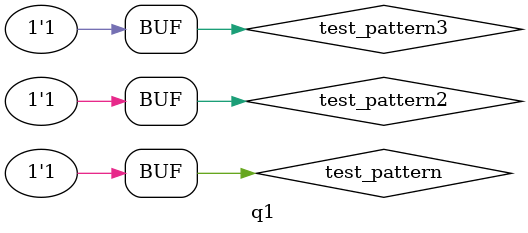
<source format=v>

module q1 (

);

initial begin : GTKWAVE
    $dumpfile("q1.vcd");
    $dumpvars(0, q1);
end

reg test_pattern, test_pattern2, test_pattern3;

initial begin
    test_pattern = 1;
    #20 test_pattern = 0;
    #30 test_pattern = 1;
    #40 test_pattern = 1;
    #50 test_pattern = 0;
    #60 test_pattern = 1;
end

initial begin
    test_pattern2 = 1;
    test_pattern2 = #20 0;
    test_pattern2 = #30 1;
    test_pattern2 = #40 1;
    test_pattern2 = #50 0;
    test_pattern2 = #60 1;
end

initial begin // using non-blocking assignments, which happen in "parallel"
    test_pattern3 <= 1;
    test_pattern3 <= #20 0;
    test_pattern3 <= #50 1;
    test_pattern3 <= #90 1;
    test_pattern3 <= #140 0;
    test_pattern3 <= #200 1;
end

endmodule
</source>
